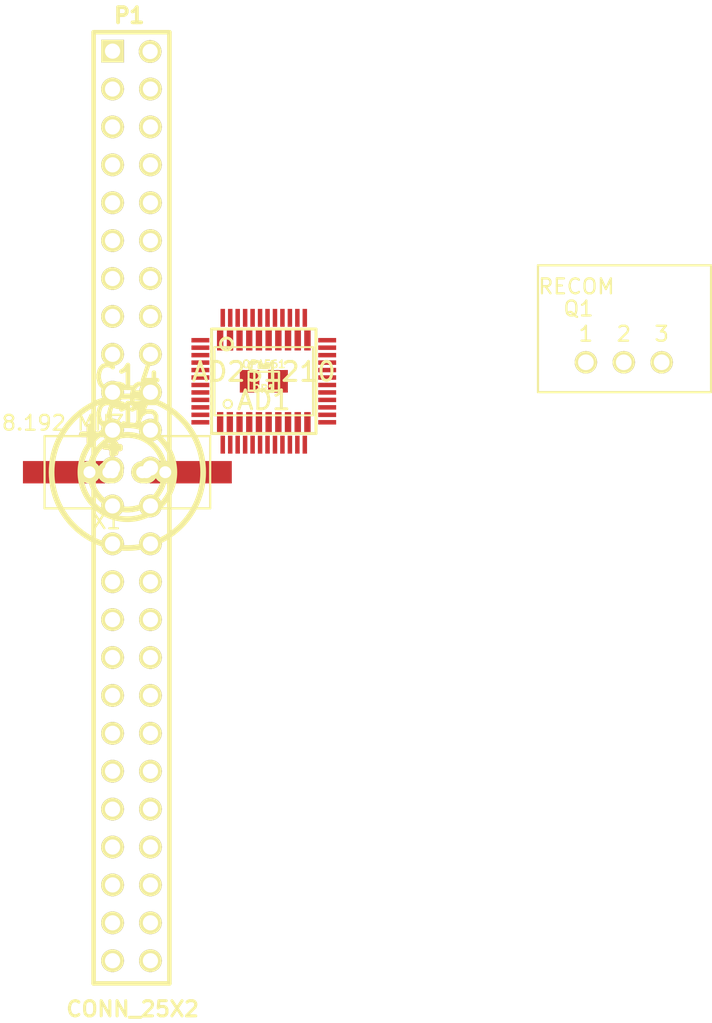
<source format=kicad_pcb>
(kicad_pcb (version 3) (host pcbnew "(2013-dec-23)-stable")

  (general
    (links 77)
    (no_connects 61)
    (area 0 0 0 0)
    (thickness 1.6)
    (drawings 0)
    (tracks 0)
    (zones 0)
    (modules 35)
    (nets 41)
  )

  (page A3)
  (layers
    (15 F.Cu signal)
    (0 B.Cu signal)
    (16 B.Adhes user)
    (17 F.Adhes user)
    (18 B.Paste user)
    (19 F.Paste user)
    (20 B.SilkS user)
    (21 F.SilkS user)
    (22 B.Mask user)
    (23 F.Mask user)
    (24 Dwgs.User user)
    (25 Cmts.User user)
    (26 Eco1.User user)
    (27 Eco2.User user)
    (28 Edge.Cuts user)
  )

  (setup
    (last_trace_width 0.254)
    (trace_clearance 0.254)
    (zone_clearance 0.508)
    (zone_45_only no)
    (trace_min 0.254)
    (segment_width 0.2)
    (edge_width 0.1)
    (via_size 0.889)
    (via_drill 0.635)
    (via_min_size 0.889)
    (via_min_drill 0.508)
    (uvia_size 0.508)
    (uvia_drill 0.127)
    (uvias_allowed no)
    (uvia_min_size 0.508)
    (uvia_min_drill 0.127)
    (pcb_text_width 0.3)
    (pcb_text_size 1.5 1.5)
    (mod_edge_width 0.15)
    (mod_text_size 1 1)
    (mod_text_width 0.15)
    (pad_size 1.5 1.5)
    (pad_drill 0.6)
    (pad_to_mask_clearance 0)
    (aux_axis_origin 0 0)
    (visible_elements FFFFFFBF)
    (pcbplotparams
      (layerselection 3178497)
      (usegerberextensions true)
      (excludeedgelayer true)
      (linewidth 0.150000)
      (plotframeref false)
      (viasonmask false)
      (mode 1)
      (useauxorigin false)
      (hpglpennumber 1)
      (hpglpenspeed 20)
      (hpglpendiameter 15)
      (hpglpenoverlay 2)
      (psnegative false)
      (psa4output false)
      (plotreference true)
      (plotvalue true)
      (plotothertext true)
      (plotinvisibletext false)
      (padsonsilk false)
      (subtractmaskfromsilk false)
      (outputformat 1)
      (mirror false)
      (drillshape 1)
      (scaleselection 1)
      (outputdirectory ""))
  )

  (net 0 "")
  (net 1 /A0)
  (net 2 /COS)
  (net 3 /COSLO)
  (net 4 /EXC)
  (net 5 /OUT_EXC)
  (net 6 /OUT_~EXC)
  (net 7 /SCLK)
  (net 8 /SDI)
  (net 9 /SDO)
  (net 10 /SIN)
  (net 11 /SINLO)
  (net 12 /V_DRIVE)
  (net 13 /~EXC)
  (net 14 /~SAMPLE)
  (net 15 /~WR)
  (net 16 GND)
  (net 17 N-000001)
  (net 18 N-00000100)
  (net 19 N-0000011)
  (net 20 N-000002)
  (net 21 N-0000045)
  (net 22 N-0000046)
  (net 23 N-0000049)
  (net 24 N-0000052)
  (net 25 N-0000053)
  (net 26 N-0000057)
  (net 27 N-000006)
  (net 28 N-0000062)
  (net 29 N-0000063)
  (net 30 N-0000064)
  (net 31 N-0000066)
  (net 32 N-000007)
  (net 33 N-0000088)
  (net 34 N-0000089)
  (net 35 N-0000091)
  (net 36 N-0000094)
  (net 37 N-0000095)
  (net 38 N-0000096)
  (net 39 N-0000097)
  (net 40 N-0000098)

  (net_class Default "This is the default net class."
    (clearance 0.254)
    (trace_width 0.254)
    (via_dia 0.889)
    (via_drill 0.635)
    (uvia_dia 0.508)
    (uvia_drill 0.127)
    (add_net "")
    (add_net /A0)
    (add_net /COS)
    (add_net /COSLO)
    (add_net /EXC)
    (add_net /OUT_EXC)
    (add_net /OUT_~EXC)
    (add_net /SCLK)
    (add_net /SDI)
    (add_net /SDO)
    (add_net /SIN)
    (add_net /SINLO)
    (add_net /V_DRIVE)
    (add_net /~EXC)
    (add_net /~SAMPLE)
    (add_net /~WR)
    (add_net GND)
    (add_net N-000001)
    (add_net N-00000100)
    (add_net N-0000011)
    (add_net N-000002)
    (add_net N-0000045)
    (add_net N-0000046)
    (add_net N-0000049)
    (add_net N-0000052)
    (add_net N-0000053)
    (add_net N-0000057)
    (add_net N-000006)
    (add_net N-0000062)
    (add_net N-0000063)
    (add_net N-0000064)
    (add_net N-0000066)
    (add_net N-000007)
    (add_net N-0000088)
    (add_net N-0000089)
    (add_net N-0000091)
    (add_net N-0000094)
    (add_net N-0000095)
    (add_net N-0000096)
    (add_net N-0000097)
    (add_net N-0000098)
  )

  (module tssop-20 (layer F.Cu) (tedit 49E9CFE4) (tstamp 53681C85)
    (at 9.144 -6.096)
    (descr TSSOP-20)
    (path /53599518)
    (fp_text reference OP2 (at 0 0.508) (layer F.SilkS)
      (effects (font (size 0.50038 0.50038) (thickness 0.09906)))
    )
    (fp_text value OPA561 (at 0 -1.143) (layer F.SilkS)
      (effects (font (size 0.50038 0.50038) (thickness 0.09906)))
    )
    (fp_line (start 3.302 -2.286) (end -3.302 -2.286) (layer F.SilkS) (width 0.127))
    (fp_line (start -3.302 -2.286) (end -3.302 2.286) (layer F.SilkS) (width 0.127))
    (fp_line (start -3.302 2.286) (end 3.302 2.286) (layer F.SilkS) (width 0.127))
    (fp_line (start 3.302 2.286) (end 3.302 -2.286) (layer F.SilkS) (width 0.127))
    (fp_circle (center -2.413 1.524) (end -2.54 1.778) (layer F.SilkS) (width 0.127))
    (pad 5 smd rect (at -0.32512 2.79908) (size 0.4191 1.47066)
      (layers F.Cu F.Paste F.Mask)
      (net 16 GND)
    )
    (pad 6 smd rect (at 0.32512 2.79908) (size 0.4191 1.47066)
      (layers F.Cu F.Paste F.Mask)
      (net 35 N-0000091)
    )
    (pad 7 smd rect (at 0.97536 2.79908) (size 0.4191 1.47066)
      (layers F.Cu F.Paste F.Mask)
      (net 5 /OUT_EXC)
    )
    (pad 8 smd rect (at 1.6256 2.79908) (size 0.4191 1.47066)
      (layers F.Cu F.Paste F.Mask)
      (net 30 N-0000064)
    )
    (pad 19 smd rect (at -2.26568 -2.794) (size 0.4191 1.47066)
      (layers F.Cu F.Paste F.Mask)
    )
    (pad 2 smd rect (at -2.27584 2.79908) (size 0.4191 1.47066)
      (layers F.Cu F.Paste F.Mask)
      (net 33 N-0000088)
    )
    (pad 3 smd rect (at -1.6256 2.79908) (size 0.4191 1.47066)
      (layers F.Cu F.Paste F.Mask)
      (net 31 N-0000066)
    )
    (pad 4 smd rect (at -0.97536 2.79908) (size 0.4191 1.47066)
      (layers F.Cu F.Paste F.Mask)
      (net 34 N-0000089)
    )
    (pad 12 smd rect (at 2.27584 -2.79908) (size 0.4191 1.47066)
      (layers F.Cu F.Paste F.Mask)
    )
    (pad 13 smd rect (at 1.6256 -2.79908) (size 0.4191 1.47066)
      (layers F.Cu F.Paste F.Mask)
    )
    (pad 14 smd rect (at 0.97536 -2.79908) (size 0.4191 1.47066)
      (layers F.Cu F.Paste F.Mask)
    )
    (pad 15 smd rect (at 0.32512 -2.79908) (size 0.4191 1.47066)
      (layers F.Cu F.Paste F.Mask)
    )
    (pad 16 smd rect (at -0.32512 -2.79908) (size 0.4191 1.47066)
      (layers F.Cu F.Paste F.Mask)
    )
    (pad 17 smd rect (at -0.97536 -2.79908) (size 0.4191 1.47066)
      (layers F.Cu F.Paste F.Mask)
    )
    (pad 9 smd rect (at 2.27584 2.79908) (size 0.4191 1.47066)
      (layers F.Cu F.Paste F.Mask)
    )
    (pad 18 smd rect (at -1.6256 -2.794) (size 0.4191 1.47066)
      (layers F.Cu F.Paste F.Mask)
    )
    (pad 1 smd rect (at -2.92608 2.79908) (size 0.4191 1.47066)
      (layers F.Cu F.Paste F.Mask)
    )
    (pad 10 smd rect (at 2.92608 2.79908) (size 0.4191 1.47066)
      (layers F.Cu F.Paste F.Mask)
    )
    (pad 11 smd rect (at 2.92608 -2.79908) (size 0.4191 1.47066)
      (layers F.Cu F.Paste F.Mask)
    )
    (pad 20 smd rect (at -2.92608 -2.79908) (size 0.4191 1.47066)
      (layers F.Cu F.Paste F.Mask)
    )
    (model smd/smd_dil/tssop-20.wrl
      (at (xyz 0 0 0))
      (scale (xyz 1 1 1))
      (rotate (xyz 0 0 0))
    )
  )

  (module tssop-20 (layer F.Cu) (tedit 49E9CFE4) (tstamp 53681CA2)
    (at 9.144 -6.096)
    (descr TSSOP-20)
    (path /5359901E)
    (fp_text reference OP1 (at 0 0.508) (layer F.SilkS)
      (effects (font (size 0.50038 0.50038) (thickness 0.09906)))
    )
    (fp_text value OPA561 (at 0 -1.143) (layer F.SilkS)
      (effects (font (size 0.50038 0.50038) (thickness 0.09906)))
    )
    (fp_line (start 3.302 -2.286) (end -3.302 -2.286) (layer F.SilkS) (width 0.127))
    (fp_line (start -3.302 -2.286) (end -3.302 2.286) (layer F.SilkS) (width 0.127))
    (fp_line (start -3.302 2.286) (end 3.302 2.286) (layer F.SilkS) (width 0.127))
    (fp_line (start 3.302 2.286) (end 3.302 -2.286) (layer F.SilkS) (width 0.127))
    (fp_circle (center -2.413 1.524) (end -2.54 1.778) (layer F.SilkS) (width 0.127))
    (pad 5 smd rect (at -0.32512 2.79908) (size 0.4191 1.47066)
      (layers F.Cu F.Paste F.Mask)
      (net 16 GND)
    )
    (pad 6 smd rect (at 0.32512 2.79908) (size 0.4191 1.47066)
      (layers F.Cu F.Paste F.Mask)
      (net 18 N-00000100)
    )
    (pad 7 smd rect (at 0.97536 2.79908) (size 0.4191 1.47066)
      (layers F.Cu F.Paste F.Mask)
      (net 6 /OUT_~EXC)
    )
    (pad 8 smd rect (at 1.6256 2.79908) (size 0.4191 1.47066)
      (layers F.Cu F.Paste F.Mask)
      (net 28 N-0000062)
    )
    (pad 19 smd rect (at -2.26568 -2.794) (size 0.4191 1.47066)
      (layers F.Cu F.Paste F.Mask)
    )
    (pad 2 smd rect (at -2.27584 2.79908) (size 0.4191 1.47066)
      (layers F.Cu F.Paste F.Mask)
      (net 39 N-0000097)
    )
    (pad 3 smd rect (at -1.6256 2.79908) (size 0.4191 1.47066)
      (layers F.Cu F.Paste F.Mask)
      (net 29 N-0000063)
    )
    (pad 4 smd rect (at -0.97536 2.79908) (size 0.4191 1.47066)
      (layers F.Cu F.Paste F.Mask)
      (net 40 N-0000098)
    )
    (pad 12 smd rect (at 2.27584 -2.79908) (size 0.4191 1.47066)
      (layers F.Cu F.Paste F.Mask)
    )
    (pad 13 smd rect (at 1.6256 -2.79908) (size 0.4191 1.47066)
      (layers F.Cu F.Paste F.Mask)
    )
    (pad 14 smd rect (at 0.97536 -2.79908) (size 0.4191 1.47066)
      (layers F.Cu F.Paste F.Mask)
    )
    (pad 15 smd rect (at 0.32512 -2.79908) (size 0.4191 1.47066)
      (layers F.Cu F.Paste F.Mask)
    )
    (pad 16 smd rect (at -0.32512 -2.79908) (size 0.4191 1.47066)
      (layers F.Cu F.Paste F.Mask)
    )
    (pad 17 smd rect (at -0.97536 -2.79908) (size 0.4191 1.47066)
      (layers F.Cu F.Paste F.Mask)
    )
    (pad 9 smd rect (at 2.27584 2.79908) (size 0.4191 1.47066)
      (layers F.Cu F.Paste F.Mask)
    )
    (pad 18 smd rect (at -1.6256 -2.794) (size 0.4191 1.47066)
      (layers F.Cu F.Paste F.Mask)
    )
    (pad 1 smd rect (at -2.92608 2.79908) (size 0.4191 1.47066)
      (layers F.Cu F.Paste F.Mask)
    )
    (pad 10 smd rect (at 2.92608 2.79908) (size 0.4191 1.47066)
      (layers F.Cu F.Paste F.Mask)
    )
    (pad 11 smd rect (at 2.92608 -2.79908) (size 0.4191 1.47066)
      (layers F.Cu F.Paste F.Mask)
    )
    (pad 20 smd rect (at -2.92608 -2.79908) (size 0.4191 1.47066)
      (layers F.Cu F.Paste F.Mask)
    )
    (model smd/smd_dil/tssop-20.wrl
      (at (xyz 0 0 0))
      (scale (xyz 1 1 1))
      (rotate (xyz 0 0 0))
    )
  )

  (module SIP-3 (layer F.Cu) (tedit 5361BC4A) (tstamp 53681CB0)
    (at 30.734 -7.366)
    (path /535B0E85)
    (fp_text reference Q1 (at -0.4953 -3.5941) (layer F.SilkS)
      (effects (font (size 1 1) (thickness 0.15)))
    )
    (fp_text value RECOM (at -0.635 -5.08) (layer F.SilkS)
      (effects (font (size 1 1) (thickness 0.15)))
    )
    (fp_text user 2 (at 2.54 -1.905) (layer F.SilkS)
      (effects (font (size 1 1) (thickness 0.15)))
    )
    (fp_text user 3 (at 5.08 -1.905) (layer F.SilkS)
      (effects (font (size 1 1) (thickness 0.15)))
    )
    (fp_text user 1 (at 0 -1.905) (layer F.SilkS)
      (effects (font (size 1 1) (thickness 0.15)))
    )
    (fp_line (start 8.39 2) (end 8.39 -6.5) (layer F.SilkS) (width 0.15))
    (fp_line (start -3.21 2) (end -3.21 -6.5) (layer F.SilkS) (width 0.15))
    (fp_line (start -3.21 -6.5) (end 8.39 -6.5) (layer F.SilkS) (width 0.15))
    (fp_line (start -3.21 2) (end 8.39 2) (layer F.SilkS) (width 0.15))
    (pad 1 thru_hole circle (at 0 0) (size 1.5 1.5) (drill 1.05)
      (layers *.Cu *.Mask F.SilkS)
      (net 26 N-0000057)
    )
    (pad 2 thru_hole circle (at 2.54 0) (size 1.5 1.5) (drill 1.05)
      (layers *.Cu *.Mask F.SilkS)
      (net 16 GND)
    )
    (pad 3 thru_hole circle (at 5.08 0) (size 1.5 1.5) (drill 1.05)
      (layers *.Cu *.Mask F.SilkS)
      (net 21 N-0000045)
    )
  )

  (module PIN_ARRAY_STM32_25X2 (layer F.Cu) (tedit 528EC72F) (tstamp 53681CEA)
    (at 0 0)
    (descr "Double rangee de contacts 2 x 12 pins")
    (tags CONN)
    (path /5359C4A2)
    (fp_text reference P1 (at 0.127 -30.607) (layer F.SilkS)
      (effects (font (size 1.016 1.016) (thickness 0.27432)))
    )
    (fp_text value CONN_25X2 (at 0.35 35.975) (layer F.SilkS)
      (effects (font (size 1.016 1.016) (thickness 0.2032)))
    )
    (fp_line (start -2.2639 34.2635) (end -2.2639 -29.4905) (layer F.SilkS) (width 0.3048))
    (fp_line (start 2.8161 34.2635) (end 2.8161 -29.4905) (layer F.SilkS) (width 0.3048))
    (fp_line (start 2.8161 34.2595) (end -2.2639 34.2595) (layer F.SilkS) (width 0.3048))
    (fp_line (start 2.8161 -29.4905) (end -2.2639 -29.4905) (layer F.SilkS) (width 0.3048))
    (pad 1 thru_hole rect (at -0.9939 -28.2205 270) (size 1.524 1.524) (drill 1.016)
      (layers *.Cu *.Mask F.SilkS)
    )
    (pad 2 thru_hole circle (at 1.524 -28.194 270) (size 1.524 1.524) (drill 1.016)
      (layers *.Cu *.Mask F.SilkS)
    )
    (pad 11 thru_hole circle (at -0.9939 -15.5205 270) (size 1.524 1.524) (drill 1.016)
      (layers *.Cu *.Mask F.SilkS)
    )
    (pad 4 thru_hole circle (at 1.5461 -25.6805 270) (size 1.524 1.524) (drill 1.016)
      (layers *.Cu *.Mask F.SilkS)
      (net 1 /A0)
    )
    (pad 13 thru_hole circle (at -0.9939 -12.9805 270) (size 1.524 1.524) (drill 1.016)
      (layers *.Cu *.Mask F.SilkS)
      (net 15 /~WR)
    )
    (pad 6 thru_hole circle (at 1.5461 -23.1405 270) (size 1.524 1.524) (drill 1.016)
      (layers *.Cu *.Mask F.SilkS)
    )
    (pad 15 thru_hole circle (at -0.9939 -10.4405 270) (size 1.524 1.524) (drill 1.016)
      (layers *.Cu *.Mask F.SilkS)
    )
    (pad 8 thru_hole circle (at 1.5461 -20.6005 270) (size 1.524 1.524) (drill 1.016)
      (layers *.Cu *.Mask F.SilkS)
    )
    (pad 17 thru_hole circle (at -0.9939 -7.9005 270) (size 1.524 1.524) (drill 1.016)
      (layers *.Cu *.Mask F.SilkS)
    )
    (pad 10 thru_hole circle (at 1.5461 -18.0605 270) (size 1.524 1.524) (drill 1.016)
      (layers *.Cu *.Mask F.SilkS)
      (net 2 /COS)
    )
    (pad 19 thru_hole circle (at -0.9939 -5.3605 270) (size 1.524 1.524) (drill 1.016)
      (layers *.Cu *.Mask F.SilkS)
    )
    (pad 12 thru_hole circle (at 1.5461 -15.5205 270) (size 1.524 1.524) (drill 1.016)
      (layers *.Cu *.Mask F.SilkS)
      (net 3 /COSLO)
    )
    (pad 21 thru_hole circle (at -0.9939 -2.8205 270) (size 1.524 1.524) (drill 1.016)
      (layers *.Cu *.Mask F.SilkS)
    )
    (pad 14 thru_hole circle (at 1.5461 -12.9805 270) (size 1.524 1.524) (drill 1.016)
      (layers *.Cu *.Mask F.SilkS)
    )
    (pad 23 thru_hole circle (at -0.9939 -0.2805 270) (size 1.524 1.524) (drill 1.016)
      (layers *.Cu *.Mask F.SilkS)
    )
    (pad 16 thru_hole circle (at 1.5461 -10.4405 270) (size 1.524 1.524) (drill 1.016)
      (layers *.Cu *.Mask F.SilkS)
      (net 11 /SINLO)
    )
    (pad 25 thru_hole circle (at -0.9939 2.2595 270) (size 1.524 1.524) (drill 1.016)
      (layers *.Cu *.Mask F.SilkS)
    )
    (pad 18 thru_hole circle (at 1.5461 -7.9005 270) (size 1.524 1.524) (drill 1.016)
      (layers *.Cu *.Mask F.SilkS)
      (net 10 /SIN)
    )
    (pad 27 thru_hole circle (at -0.9939 4.7995 270) (size 1.524 1.524) (drill 1.016)
      (layers *.Cu *.Mask F.SilkS)
    )
    (pad 20 thru_hole circle (at 1.5461 -5.3605 270) (size 1.524 1.524) (drill 1.016)
      (layers *.Cu *.Mask F.SilkS)
    )
    (pad 29 thru_hole circle (at -0.9939 7.3395 270) (size 1.524 1.524) (drill 1.016)
      (layers *.Cu *.Mask F.SilkS)
    )
    (pad 22 thru_hole circle (at 1.5461 -2.8205 270) (size 1.524 1.524) (drill 1.016)
      (layers *.Cu *.Mask F.SilkS)
      (net 6 /OUT_~EXC)
    )
    (pad 31 thru_hole circle (at -0.9939 9.8795 270) (size 1.524 1.524) (drill 1.016)
      (layers *.Cu *.Mask F.SilkS)
    )
    (pad 24 thru_hole circle (at 1.5461 -0.2805 270) (size 1.524 1.524) (drill 1.016)
      (layers *.Cu *.Mask F.SilkS)
      (net 5 /OUT_EXC)
    )
    (pad 26 thru_hole circle (at 1.5461 2.2595 270) (size 1.524 1.524) (drill 1.016)
      (layers *.Cu *.Mask F.SilkS)
    )
    (pad 33 thru_hole circle (at -0.9939 12.4195 270) (size 1.524 1.524) (drill 1.016)
      (layers *.Cu *.Mask F.SilkS)
    )
    (pad 28 thru_hole circle (at 1.5461 4.7995 270) (size 1.524 1.524) (drill 1.016)
      (layers *.Cu *.Mask F.SilkS)
    )
    (pad 32 thru_hole circle (at 1.5461 9.8795 270) (size 1.524 1.524) (drill 1.016)
      (layers *.Cu *.Mask F.SilkS)
    )
    (pad 34 thru_hole circle (at 1.5461 12.4195 270) (size 1.524 1.524) (drill 1.016)
      (layers *.Cu *.Mask F.SilkS)
    )
    (pad 36 thru_hole circle (at 1.5461 14.9595 270) (size 1.524 1.524) (drill 1.016)
      (layers *.Cu *.Mask F.SilkS)
    )
    (pad 38 thru_hole circle (at 1.5461 17.4995 270) (size 1.524 1.524) (drill 1.016)
      (layers *.Cu *.Mask F.SilkS)
      (net 7 /SCLK)
    )
    (pad 35 thru_hole circle (at -0.9939 14.9595 270) (size 1.524 1.524) (drill 1.016)
      (layers *.Cu *.Mask F.SilkS)
    )
    (pad 37 thru_hole circle (at -0.9939 17.4995 270) (size 1.524 1.524) (drill 1.016)
      (layers *.Cu *.Mask F.SilkS)
      (net 9 /SDO)
    )
    (pad 3 thru_hole circle (at -0.9939 -25.6805 270) (size 1.524 1.524) (drill 1.016)
      (layers *.Cu *.Mask F.SilkS)
      (net 12 /V_DRIVE)
    )
    (pad 5 thru_hole circle (at -0.9939 -23.1405 270) (size 1.524 1.524) (drill 1.016)
      (layers *.Cu *.Mask F.SilkS)
    )
    (pad 7 thru_hole circle (at -0.9939 -20.6005 270) (size 1.524 1.524) (drill 1.016)
      (layers *.Cu *.Mask F.SilkS)
    )
    (pad 9 thru_hole circle (at -0.9939 -18.0605 270) (size 1.524 1.524) (drill 1.016)
      (layers *.Cu *.Mask F.SilkS)
      (net 14 /~SAMPLE)
    )
    (pad 39 thru_hole circle (at -0.9939 20.0395 270) (size 1.524 1.524) (drill 1.016)
      (layers *.Cu *.Mask F.SilkS)
    )
    (pad 40 thru_hole circle (at 1.5461 20.0395 270) (size 1.524 1.524) (drill 1.016)
      (layers *.Cu *.Mask F.SilkS)
      (net 8 /SDI)
    )
    (pad 30 thru_hole circle (at 1.5461 7.3395 270) (size 1.524 1.524) (drill 1.016)
      (layers *.Cu *.Mask F.SilkS)
    )
    (pad 41 thru_hole circle (at -0.9939 22.5795 270) (size 1.524 1.524) (drill 1.016)
      (layers *.Cu *.Mask F.SilkS)
    )
    (pad 42 thru_hole circle (at 1.5461 22.5795 270) (size 1.524 1.524) (drill 1.016)
      (layers *.Cu *.Mask F.SilkS)
    )
    (pad 43 thru_hole circle (at -0.9939 25.1195 270) (size 1.524 1.524) (drill 1.016)
      (layers *.Cu *.Mask F.SilkS)
    )
    (pad 44 thru_hole circle (at 1.5461 25.1195 270) (size 1.524 1.524) (drill 1.016)
      (layers *.Cu *.Mask F.SilkS)
    )
    (pad 45 thru_hole circle (at -0.9939 27.6595 270) (size 1.524 1.524) (drill 1.016)
      (layers *.Cu *.Mask F.SilkS)
    )
    (pad 46 thru_hole circle (at 1.5461 27.6595 270) (size 1.524 1.524) (drill 1.016)
      (layers *.Cu *.Mask F.SilkS)
    )
    (pad 47 thru_hole circle (at -0.9939 30.1995 270) (size 1.524 1.524) (drill 1.016)
      (layers *.Cu *.Mask F.SilkS)
    )
    (pad 48 thru_hole circle (at 1.5461 30.1995 270) (size 1.524 1.524) (drill 1.016)
      (layers *.Cu *.Mask F.SilkS)
    )
    (pad 49 thru_hole circle (at -0.9939 32.7395 270) (size 1.524 1.524) (drill 1.016)
      (layers *.Cu *.Mask F.SilkS)
    )
    (pad 50 thru_hole circle (at 1.5461 32.7395 270) (size 1.524 1.524) (drill 1.016)
      (layers *.Cu *.Mask F.SilkS)
    )
    (model pin_array/pins_array_30x2.wrl
      (at (xyz 0 0 0))
      (scale (xyz 1 1 1))
      (rotate (xyz 0 0 0))
    )
  )

  (module LQFP48 (layer F.Cu) (tedit 5216CA5B) (tstamp 53681D27)
    (at 9.144 -6.096)
    (path /53572D06)
    (fp_text reference AD1 (at 0 1.27) (layer F.SilkS)
      (effects (font (size 1.27 1.27) (thickness 0.2)))
    )
    (fp_text value AD2S1210 (at 0 -0.635) (layer F.SilkS)
      (effects (font (size 1.27 1.27) (thickness 0.2)))
    )
    (fp_line (start -3.5 3.5) (end -3.5 3.5) (layer F.SilkS) (width 0.2))
    (fp_circle (center -2.5 -2.5) (end -2.1 -2.5) (layer F.SilkS) (width 0.2))
    (fp_line (start -3.5 3.5) (end -3.5 -3.5) (layer F.SilkS) (width 0.2))
    (fp_line (start -3.5 -3.5) (end -3.5 -3.5) (layer F.SilkS) (width 0.2))
    (fp_line (start -3.5 -3.5) (end 3.5 -3.5) (layer F.SilkS) (width 0.2))
    (fp_line (start 3.5 -3.5) (end 3.5 -3.5) (layer F.SilkS) (width 0.2))
    (fp_line (start 3.5 -3.5) (end 3.5 3.5) (layer F.SilkS) (width 0.2))
    (fp_line (start 3.5 3.5) (end 3.5 3.5) (layer F.SilkS) (width 0.2))
    (fp_line (start 3.5 3.5) (end -3.5 3.5) (layer F.SilkS) (width 0.2))
    (pad 7 smd rect (at -4.25 0.25) (size 1.2 0.3)
      (layers F.Cu F.Paste F.Mask)
      (net 25 N-0000053)
    )
    (pad 6 smd rect (at -4.25 -0.25) (size 1.2 0.3)
      (layers F.Cu F.Paste F.Mask)
      (net 17 N-000001)
    )
    (pad 8 smd rect (at -4.25 0.75) (size 1.2 0.3)
      (layers F.Cu F.Paste F.Mask)
      (net 24 N-0000052)
    )
    (pad 5 smd rect (at -4.25 -0.75) (size 1.2 0.3)
      (layers F.Cu F.Paste F.Mask)
      (net 20 N-000002)
    )
    (pad 4 smd rect (at -4.25 -1.25) (size 1.2 0.3)
      (layers F.Cu F.Paste F.Mask)
      (net 15 /~WR)
    )
    (pad 3 smd rect (at -4.25 -1.75) (size 1.2 0.3)
      (layers F.Cu F.Paste F.Mask)
      (net 12 /V_DRIVE)
    )
    (pad 2 smd rect (at -4.25 -2.25) (size 1.2 0.3)
      (layers F.Cu F.Paste F.Mask)
      (net 23 N-0000049)
    )
    (pad 1 smd rect (at -4.25 -2.75) (size 1.2 0.3)
      (layers F.Cu F.Paste F.Mask)
      (net 23 N-0000049)
    )
    (pad 9 smd rect (at -4.25 1.25) (size 1.2 0.3)
      (layers F.Cu F.Paste F.Mask)
      (net 19 N-0000011)
    )
    (pad 10 smd rect (at -4.25 1.75) (size 1.2 0.3)
      (layers F.Cu F.Paste F.Mask)
      (net 14 /~SAMPLE)
    )
    (pad 11 smd rect (at -4.25 2.25) (size 1.2 0.3)
      (layers F.Cu F.Paste F.Mask)
      (net 9 /SDO)
    )
    (pad 12 smd rect (at -4.25 2.75) (size 1.2 0.3)
      (layers F.Cu F.Paste F.Mask)
      (net 8 /SDI)
    )
    (pad 30 smd rect (at 4.25 0.25) (size 1.2 0.3)
      (layers F.Cu F.Paste F.Mask)
    )
    (pad 31 smd rect (at 4.25 -0.25) (size 1.2 0.3)
      (layers F.Cu F.Paste F.Mask)
    )
    (pad 29 smd rect (at 4.25 0.75) (size 1.2 0.3)
      (layers F.Cu F.Paste F.Mask)
    )
    (pad 28 smd rect (at 4.25 1.25) (size 1.2 0.3)
      (layers F.Cu F.Paste F.Mask)
    )
    (pad 27 smd rect (at 4.25 1.75) (size 1.2 0.3)
      (layers F.Cu F.Paste F.Mask)
    )
    (pad 26 smd rect (at 4.25 2.25) (size 1.2 0.3)
      (layers F.Cu F.Paste F.Mask)
    )
    (pad 25 smd rect (at 4.25 2.75) (size 1.2 0.3)
      (layers F.Cu F.Paste F.Mask)
    )
    (pad 32 smd rect (at 4.25 -0.75) (size 1.2 0.3)
      (layers F.Cu F.Paste F.Mask)
    )
    (pad 33 smd rect (at 4.25 -1.25) (size 1.2 0.3)
      (layers F.Cu F.Paste F.Mask)
      (net 36 N-0000094)
    )
    (pad 34 smd rect (at 4.25 -1.75) (size 1.2 0.3)
      (layers F.Cu F.Paste F.Mask)
    )
    (pad 35 smd rect (at 4.25 -2.25) (size 1.2 0.3)
      (layers F.Cu F.Paste F.Mask)
    )
    (pad 36 smd rect (at 4.25 -2.75) (size 1.2 0.3)
      (layers F.Cu F.Paste F.Mask)
      (net 1 /A0)
    )
    (pad 42 smd rect (at 0.25 -4.25 90) (size 1.2 0.3)
      (layers F.Cu F.Paste F.Mask)
      (net 11 /SINLO)
    )
    (pad 41 smd rect (at 0.75 -4.25 90) (size 1.2 0.3)
      (layers F.Cu F.Paste F.Mask)
      (net 10 /SIN)
    )
    (pad 40 smd rect (at 1.25 -4.25 90) (size 1.2 0.3)
      (layers F.Cu F.Paste F.Mask)
      (net 22 N-0000046)
    )
    (pad 39 smd rect (at 1.75 -4.25 90) (size 1.2 0.3)
      (layers F.Cu F.Paste F.Mask)
      (net 13 /~EXC)
    )
    (pad 38 smd rect (at 2.25 -4.25 90) (size 1.2 0.3)
      (layers F.Cu F.Paste F.Mask)
      (net 4 /EXC)
    )
    (pad 37 smd rect (at 2.75 -4.25 90) (size 1.2 0.3)
      (layers F.Cu F.Paste F.Mask)
      (net 1 /A0)
    )
    (pad 43 smd rect (at -0.25 -4.25 90) (size 1.2 0.3)
      (layers F.Cu F.Paste F.Mask)
      (net 37 N-0000095)
    )
    (pad 44 smd rect (at -0.75 -4.25 90) (size 1.2 0.3)
      (layers F.Cu F.Paste F.Mask)
      (net 3 /COSLO)
    )
    (pad 45 smd rect (at -1.25 -4.25 90) (size 1.2 0.3)
      (layers F.Cu F.Paste F.Mask)
      (net 2 /COS)
    )
    (pad 46 smd rect (at -1.75 -4.25 90) (size 1.2 0.3)
      (layers F.Cu F.Paste F.Mask)
      (net 38 N-0000096)
    )
    (pad 47 smd rect (at -2.25 -4.25 90) (size 1.2 0.3)
      (layers F.Cu F.Paste F.Mask)
    )
    (pad 48 smd rect (at -2.75 -4.25 90) (size 1.2 0.3)
      (layers F.Cu F.Paste F.Mask)
      (net 23 N-0000049)
    )
    (pad 19 smd rect (at 0.25 4.25 90) (size 1.2 0.3)
      (layers F.Cu F.Paste F.Mask)
      (net 16 GND)
    )
    (pad 20 smd rect (at 0.75 4.25 90) (size 1.2 0.3)
      (layers F.Cu F.Paste F.Mask)
    )
    (pad 21 smd rect (at 1.25 4.25 90) (size 1.2 0.3)
      (layers F.Cu F.Paste F.Mask)
    )
    (pad 22 smd rect (at 1.75 4.25 90) (size 1.2 0.3)
      (layers F.Cu F.Paste F.Mask)
    )
    (pad 23 smd rect (at 2.25 4.25 90) (size 1.2 0.3)
      (layers F.Cu F.Paste F.Mask)
    )
    (pad 24 smd rect (at 2.75 4.25 90) (size 1.2 0.3)
      (layers F.Cu F.Paste F.Mask)
    )
    (pad 18 smd rect (at -0.25 4.25 90) (size 1.2 0.3)
      (layers F.Cu F.Paste F.Mask)
      (net 32 N-000007)
    )
    (pad 17 smd rect (at -0.75 4.25 90) (size 1.2 0.3)
      (layers F.Cu F.Paste F.Mask)
    )
    (pad 16 smd rect (at -1.25 4.25 90) (size 1.2 0.3)
      (layers F.Cu F.Paste F.Mask)
    )
    (pad 15 smd rect (at -1.75 4.25 90) (size 1.2 0.3)
      (layers F.Cu F.Paste F.Mask)
    )
    (pad 14 smd rect (at -2.25 4.25 90) (size 1.2 0.3)
      (layers F.Cu F.Paste F.Mask)
    )
    (pad 13 smd rect (at -2.75 4.25 90) (size 1.2 0.3)
      (layers F.Cu F.Paste F.Mask)
      (net 7 /SCLK)
    )
    (model lqfp/lqfp48.wrl
      (at (xyz 0 0 0))
      (scale (xyz 1 1 1))
      (rotate (xyz 0 0 0))
    )
  )

  (module c_0805 (layer F.Cu) (tedit 49047394) (tstamp 53681D33)
    (at 9.144 -6.096)
    (descr "SMT capacitor, 0805")
    (path /53599512)
    (fp_text reference R3 (at 0 -0.9906) (layer F.SilkS)
      (effects (font (size 0.29972 0.29972) (thickness 0.06096)))
    )
    (fp_text value 15.4k (at 0 0.9906) (layer F.SilkS) hide
      (effects (font (size 0.29972 0.29972) (thickness 0.06096)))
    )
    (fp_line (start 0.635 -0.635) (end 0.635 0.635) (layer F.SilkS) (width 0.127))
    (fp_line (start -0.635 -0.635) (end -0.635 0.6096) (layer F.SilkS) (width 0.127))
    (fp_line (start -1.016 -0.635) (end 1.016 -0.635) (layer F.SilkS) (width 0.127))
    (fp_line (start 1.016 -0.635) (end 1.016 0.635) (layer F.SilkS) (width 0.127))
    (fp_line (start 1.016 0.635) (end -1.016 0.635) (layer F.SilkS) (width 0.127))
    (fp_line (start -1.016 0.635) (end -1.016 -0.635) (layer F.SilkS) (width 0.127))
    (pad 1 smd rect (at 0.9525 0) (size 1.30048 1.4986)
      (layers F.Cu F.Paste F.Mask)
      (net 5 /OUT_EXC)
    )
    (pad 2 smd rect (at -0.9525 0) (size 1.30048 1.4986)
      (layers F.Cu F.Paste F.Mask)
      (net 31 N-0000066)
    )
    (model smd/capacitors/c_0805.wrl
      (at (xyz 0 0 0))
      (scale (xyz 1 1 1))
      (rotate (xyz 0 0 0))
    )
  )

  (module c_0805 (layer F.Cu) (tedit 49047394) (tstamp 53681D3F)
    (at 9.144 -6.096)
    (descr "SMT capacitor, 0805")
    (path /53573475)
    (fp_text reference C5 (at 0 -0.9906) (layer F.SilkS)
      (effects (font (size 0.29972 0.29972) (thickness 0.06096)))
    )
    (fp_text value 10n (at 0 0.9906) (layer F.SilkS) hide
      (effects (font (size 0.29972 0.29972) (thickness 0.06096)))
    )
    (fp_line (start 0.635 -0.635) (end 0.635 0.635) (layer F.SilkS) (width 0.127))
    (fp_line (start -0.635 -0.635) (end -0.635 0.6096) (layer F.SilkS) (width 0.127))
    (fp_line (start -1.016 -0.635) (end 1.016 -0.635) (layer F.SilkS) (width 0.127))
    (fp_line (start 1.016 -0.635) (end 1.016 0.635) (layer F.SilkS) (width 0.127))
    (fp_line (start 1.016 0.635) (end -1.016 0.635) (layer F.SilkS) (width 0.127))
    (fp_line (start -1.016 0.635) (end -1.016 -0.635) (layer F.SilkS) (width 0.127))
    (pad 1 smd rect (at 0.9525 0) (size 1.30048 1.4986)
      (layers F.Cu F.Paste F.Mask)
      (net 37 N-0000095)
    )
    (pad 2 smd rect (at -0.9525 0) (size 1.30048 1.4986)
      (layers F.Cu F.Paste F.Mask)
      (net 22 N-0000046)
    )
    (model smd/capacitors/c_0805.wrl
      (at (xyz 0 0 0))
      (scale (xyz 1 1 1))
      (rotate (xyz 0 0 0))
    )
  )

  (module c_0805 (layer F.Cu) (tedit 49047394) (tstamp 53681D4B)
    (at 9.144 -6.096)
    (descr "SMT capacitor, 0805")
    (path /5359951E)
    (fp_text reference C13 (at 0 -0.9906) (layer F.SilkS)
      (effects (font (size 0.29972 0.29972) (thickness 0.06096)))
    )
    (fp_text value 120p (at 0 0.9906) (layer F.SilkS) hide
      (effects (font (size 0.29972 0.29972) (thickness 0.06096)))
    )
    (fp_line (start 0.635 -0.635) (end 0.635 0.635) (layer F.SilkS) (width 0.127))
    (fp_line (start -0.635 -0.635) (end -0.635 0.6096) (layer F.SilkS) (width 0.127))
    (fp_line (start -1.016 -0.635) (end 1.016 -0.635) (layer F.SilkS) (width 0.127))
    (fp_line (start 1.016 -0.635) (end 1.016 0.635) (layer F.SilkS) (width 0.127))
    (fp_line (start 1.016 0.635) (end -1.016 0.635) (layer F.SilkS) (width 0.127))
    (fp_line (start -1.016 0.635) (end -1.016 -0.635) (layer F.SilkS) (width 0.127))
    (pad 1 smd rect (at 0.9525 0) (size 1.30048 1.4986)
      (layers F.Cu F.Paste F.Mask)
      (net 5 /OUT_EXC)
    )
    (pad 2 smd rect (at -0.9525 0) (size 1.30048 1.4986)
      (layers F.Cu F.Paste F.Mask)
      (net 31 N-0000066)
    )
    (model smd/capacitors/c_0805.wrl
      (at (xyz 0 0 0))
      (scale (xyz 1 1 1))
      (rotate (xyz 0 0 0))
    )
  )

  (module c_0805 (layer F.Cu) (tedit 49047394) (tstamp 53681D57)
    (at 9.144 -6.096)
    (descr "SMT capacitor, 0805")
    (path /53599524)
    (fp_text reference R5 (at 0 -0.9906) (layer F.SilkS)
      (effects (font (size 0.29972 0.29972) (thickness 0.06096)))
    )
    (fp_text value 10k (at 0 0.9906) (layer F.SilkS) hide
      (effects (font (size 0.29972 0.29972) (thickness 0.06096)))
    )
    (fp_line (start 0.635 -0.635) (end 0.635 0.635) (layer F.SilkS) (width 0.127))
    (fp_line (start -0.635 -0.635) (end -0.635 0.6096) (layer F.SilkS) (width 0.127))
    (fp_line (start -1.016 -0.635) (end 1.016 -0.635) (layer F.SilkS) (width 0.127))
    (fp_line (start 1.016 -0.635) (end 1.016 0.635) (layer F.SilkS) (width 0.127))
    (fp_line (start 1.016 0.635) (end -1.016 0.635) (layer F.SilkS) (width 0.127))
    (fp_line (start -1.016 0.635) (end -1.016 -0.635) (layer F.SilkS) (width 0.127))
    (pad 1 smd rect (at 0.9525 0) (size 1.30048 1.4986)
      (layers F.Cu F.Paste F.Mask)
      (net 4 /EXC)
    )
    (pad 2 smd rect (at -0.9525 0) (size 1.30048 1.4986)
      (layers F.Cu F.Paste F.Mask)
      (net 31 N-0000066)
    )
    (model smd/capacitors/c_0805.wrl
      (at (xyz 0 0 0))
      (scale (xyz 1 1 1))
      (rotate (xyz 0 0 0))
    )
  )

  (module c_0805 (layer F.Cu) (tedit 49047394) (tstamp 53681D63)
    (at 9.144 -6.096)
    (descr "SMT capacitor, 0805")
    (path /53599530)
    (fp_text reference R7 (at 0 -0.9906) (layer F.SilkS)
      (effects (font (size 0.29972 0.29972) (thickness 0.06096)))
    )
    (fp_text value 390k (at 0 0.9906) (layer F.SilkS) hide
      (effects (font (size 0.29972 0.29972) (thickness 0.06096)))
    )
    (fp_line (start 0.635 -0.635) (end 0.635 0.635) (layer F.SilkS) (width 0.127))
    (fp_line (start -0.635 -0.635) (end -0.635 0.6096) (layer F.SilkS) (width 0.127))
    (fp_line (start -1.016 -0.635) (end 1.016 -0.635) (layer F.SilkS) (width 0.127))
    (fp_line (start 1.016 -0.635) (end 1.016 0.635) (layer F.SilkS) (width 0.127))
    (fp_line (start 1.016 0.635) (end -1.016 0.635) (layer F.SilkS) (width 0.127))
    (fp_line (start -1.016 0.635) (end -1.016 -0.635) (layer F.SilkS) (width 0.127))
    (pad 1 smd rect (at 0.9525 0) (size 1.30048 1.4986)
      (layers F.Cu F.Paste F.Mask)
      (net 35 N-0000091)
    )
    (pad 2 smd rect (at -0.9525 0) (size 1.30048 1.4986)
      (layers F.Cu F.Paste F.Mask)
      (net 30 N-0000064)
    )
    (model smd/capacitors/c_0805.wrl
      (at (xyz 0 0 0))
      (scale (xyz 1 1 1))
      (rotate (xyz 0 0 0))
    )
  )

  (module c_0805 (layer F.Cu) (tedit 49047394) (tstamp 53681D6F)
    (at 9.144 -6.096)
    (descr "SMT capacitor, 0805")
    (path /53599536)
    (fp_text reference R10 (at 0 -0.9906) (layer F.SilkS)
      (effects (font (size 0.29972 0.29972) (thickness 0.06096)))
    )
    (fp_text value 22k (at 0 0.9906) (layer F.SilkS) hide
      (effects (font (size 0.29972 0.29972) (thickness 0.06096)))
    )
    (fp_line (start 0.635 -0.635) (end 0.635 0.635) (layer F.SilkS) (width 0.127))
    (fp_line (start -0.635 -0.635) (end -0.635 0.6096) (layer F.SilkS) (width 0.127))
    (fp_line (start -1.016 -0.635) (end 1.016 -0.635) (layer F.SilkS) (width 0.127))
    (fp_line (start 1.016 -0.635) (end 1.016 0.635) (layer F.SilkS) (width 0.127))
    (fp_line (start 1.016 0.635) (end -1.016 0.635) (layer F.SilkS) (width 0.127))
    (fp_line (start -1.016 0.635) (end -1.016 -0.635) (layer F.SilkS) (width 0.127))
    (pad 1 smd rect (at 0.9525 0) (size 1.30048 1.4986)
      (layers F.Cu F.Paste F.Mask)
      (net 35 N-0000091)
    )
    (pad 2 smd rect (at -0.9525 0) (size 1.30048 1.4986)
      (layers F.Cu F.Paste F.Mask)
      (net 33 N-0000088)
    )
    (model smd/capacitors/c_0805.wrl
      (at (xyz 0 0 0))
      (scale (xyz 1 1 1))
      (rotate (xyz 0 0 0))
    )
  )

  (module c_0805 (layer F.Cu) (tedit 49047394) (tstamp 53681D7B)
    (at 9.144 -6.096)
    (descr "SMT capacitor, 0805")
    (path /5359953C)
    (fp_text reference R11 (at 0 -0.9906) (layer F.SilkS)
      (effects (font (size 0.29972 0.29972) (thickness 0.06096)))
    )
    (fp_text value 10k (at 0 0.9906) (layer F.SilkS) hide
      (effects (font (size 0.29972 0.29972) (thickness 0.06096)))
    )
    (fp_line (start 0.635 -0.635) (end 0.635 0.635) (layer F.SilkS) (width 0.127))
    (fp_line (start -0.635 -0.635) (end -0.635 0.6096) (layer F.SilkS) (width 0.127))
    (fp_line (start -1.016 -0.635) (end 1.016 -0.635) (layer F.SilkS) (width 0.127))
    (fp_line (start 1.016 -0.635) (end 1.016 0.635) (layer F.SilkS) (width 0.127))
    (fp_line (start 1.016 0.635) (end -1.016 0.635) (layer F.SilkS) (width 0.127))
    (fp_line (start -1.016 0.635) (end -1.016 -0.635) (layer F.SilkS) (width 0.127))
    (pad 1 smd rect (at 0.9525 0) (size 1.30048 1.4986)
      (layers F.Cu F.Paste F.Mask)
      (net 33 N-0000088)
    )
    (pad 2 smd rect (at -0.9525 0) (size 1.30048 1.4986)
      (layers F.Cu F.Paste F.Mask)
      (net 34 N-0000089)
    )
    (model smd/capacitors/c_0805.wrl
      (at (xyz 0 0 0))
      (scale (xyz 1 1 1))
      (rotate (xyz 0 0 0))
    )
  )

  (module c_0805 (layer F.Cu) (tedit 49047394) (tstamp 53681D87)
    (at 9.144 -6.096)
    (descr "SMT capacitor, 0805")
    (path /5359C1C0)
    (fp_text reference R1 (at 0 -0.9906) (layer F.SilkS)
      (effects (font (size 0.29972 0.29972) (thickness 0.06096)))
    )
    (fp_text value 1k (at 0 0.9906) (layer F.SilkS) hide
      (effects (font (size 0.29972 0.29972) (thickness 0.06096)))
    )
    (fp_line (start 0.635 -0.635) (end 0.635 0.635) (layer F.SilkS) (width 0.127))
    (fp_line (start -0.635 -0.635) (end -0.635 0.6096) (layer F.SilkS) (width 0.127))
    (fp_line (start -1.016 -0.635) (end 1.016 -0.635) (layer F.SilkS) (width 0.127))
    (fp_line (start 1.016 -0.635) (end 1.016 0.635) (layer F.SilkS) (width 0.127))
    (fp_line (start 1.016 0.635) (end -1.016 0.635) (layer F.SilkS) (width 0.127))
    (fp_line (start -1.016 0.635) (end -1.016 -0.635) (layer F.SilkS) (width 0.127))
    (pad 1 smd rect (at 0.9525 0) (size 1.30048 1.4986)
      (layers F.Cu F.Paste F.Mask)
      (net 1 /A0)
    )
    (pad 2 smd rect (at -0.9525 0) (size 1.30048 1.4986)
      (layers F.Cu F.Paste F.Mask)
      (net 36 N-0000094)
    )
    (model smd/capacitors/c_0805.wrl
      (at (xyz 0 0 0))
      (scale (xyz 1 1 1))
      (rotate (xyz 0 0 0))
    )
  )

  (module c_0805 (layer F.Cu) (tedit 49047394) (tstamp 53681D93)
    (at 9.144 -6.096)
    (descr "SMT capacitor, 0805")
    (path /5359C28D)
    (fp_text reference C11 (at 0 -0.9906) (layer F.SilkS)
      (effects (font (size 0.29972 0.29972) (thickness 0.06096)))
    )
    (fp_text value 2.2µ (at 0 0.9906) (layer F.SilkS) hide
      (effects (font (size 0.29972 0.29972) (thickness 0.06096)))
    )
    (fp_line (start 0.635 -0.635) (end 0.635 0.635) (layer F.SilkS) (width 0.127))
    (fp_line (start -0.635 -0.635) (end -0.635 0.6096) (layer F.SilkS) (width 0.127))
    (fp_line (start -1.016 -0.635) (end 1.016 -0.635) (layer F.SilkS) (width 0.127))
    (fp_line (start 1.016 -0.635) (end 1.016 0.635) (layer F.SilkS) (width 0.127))
    (fp_line (start 1.016 0.635) (end -1.016 0.635) (layer F.SilkS) (width 0.127))
    (fp_line (start -1.016 0.635) (end -1.016 -0.635) (layer F.SilkS) (width 0.127))
    (pad 1 smd rect (at 0.9525 0) (size 1.30048 1.4986)
      (layers F.Cu F.Paste F.Mask)
    )
    (pad 2 smd rect (at -0.9525 0) (size 1.30048 1.4986)
      (layers F.Cu F.Paste F.Mask)
      (net 36 N-0000094)
    )
    (model smd/capacitors/c_0805.wrl
      (at (xyz 0 0 0))
      (scale (xyz 1 1 1))
      (rotate (xyz 0 0 0))
    )
  )

  (module c_0805 (layer F.Cu) (tedit 49047394) (tstamp 53681D9F)
    (at 9.144 -6.096)
    (descr "SMT capacitor, 0805")
    (path /535B0E7C)
    (fp_text reference C16 (at 0 -0.9906) (layer F.SilkS)
      (effects (font (size 0.29972 0.29972) (thickness 0.06096)))
    )
    (fp_text value 100n (at 0 0.9906) (layer F.SilkS) hide
      (effects (font (size 0.29972 0.29972) (thickness 0.06096)))
    )
    (fp_line (start 0.635 -0.635) (end 0.635 0.635) (layer F.SilkS) (width 0.127))
    (fp_line (start -0.635 -0.635) (end -0.635 0.6096) (layer F.SilkS) (width 0.127))
    (fp_line (start -1.016 -0.635) (end 1.016 -0.635) (layer F.SilkS) (width 0.127))
    (fp_line (start 1.016 -0.635) (end 1.016 0.635) (layer F.SilkS) (width 0.127))
    (fp_line (start 1.016 0.635) (end -1.016 0.635) (layer F.SilkS) (width 0.127))
    (fp_line (start -1.016 0.635) (end -1.016 -0.635) (layer F.SilkS) (width 0.127))
    (pad 1 smd rect (at 0.9525 0) (size 1.30048 1.4986)
      (layers F.Cu F.Paste F.Mask)
      (net 26 N-0000057)
    )
    (pad 2 smd rect (at -0.9525 0) (size 1.30048 1.4986)
      (layers F.Cu F.Paste F.Mask)
      (net 16 GND)
    )
    (model smd/capacitors/c_0805.wrl
      (at (xyz 0 0 0))
      (scale (xyz 1 1 1))
      (rotate (xyz 0 0 0))
    )
  )

  (module c_0805 (layer F.Cu) (tedit 49047394) (tstamp 53681DAB)
    (at 9.144 -6.096)
    (descr "SMT capacitor, 0805")
    (path /535B0EB8)
    (fp_text reference C17 (at 0 -0.9906) (layer F.SilkS)
      (effects (font (size 0.29972 0.29972) (thickness 0.06096)))
    )
    (fp_text value 100n (at 0 0.9906) (layer F.SilkS) hide
      (effects (font (size 0.29972 0.29972) (thickness 0.06096)))
    )
    (fp_line (start 0.635 -0.635) (end 0.635 0.635) (layer F.SilkS) (width 0.127))
    (fp_line (start -0.635 -0.635) (end -0.635 0.6096) (layer F.SilkS) (width 0.127))
    (fp_line (start -1.016 -0.635) (end 1.016 -0.635) (layer F.SilkS) (width 0.127))
    (fp_line (start 1.016 -0.635) (end 1.016 0.635) (layer F.SilkS) (width 0.127))
    (fp_line (start 1.016 0.635) (end -1.016 0.635) (layer F.SilkS) (width 0.127))
    (fp_line (start -1.016 0.635) (end -1.016 -0.635) (layer F.SilkS) (width 0.127))
    (pad 1 smd rect (at 0.9525 0) (size 1.30048 1.4986)
      (layers F.Cu F.Paste F.Mask)
      (net 21 N-0000045)
    )
    (pad 2 smd rect (at -0.9525 0) (size 1.30048 1.4986)
      (layers F.Cu F.Paste F.Mask)
      (net 16 GND)
    )
    (model smd/capacitors/c_0805.wrl
      (at (xyz 0 0 0))
      (scale (xyz 1 1 1))
      (rotate (xyz 0 0 0))
    )
  )

  (module c_0805 (layer F.Cu) (tedit 49047394) (tstamp 53681DB7)
    (at 9.144 -6.096)
    (descr "SMT capacitor, 0805")
    (path /535B0EBE)
    (fp_text reference C18 (at 0 -0.9906) (layer F.SilkS)
      (effects (font (size 0.29972 0.29972) (thickness 0.06096)))
    )
    (fp_text value 10n (at 0 0.9906) (layer F.SilkS) hide
      (effects (font (size 0.29972 0.29972) (thickness 0.06096)))
    )
    (fp_line (start 0.635 -0.635) (end 0.635 0.635) (layer F.SilkS) (width 0.127))
    (fp_line (start -0.635 -0.635) (end -0.635 0.6096) (layer F.SilkS) (width 0.127))
    (fp_line (start -1.016 -0.635) (end 1.016 -0.635) (layer F.SilkS) (width 0.127))
    (fp_line (start 1.016 -0.635) (end 1.016 0.635) (layer F.SilkS) (width 0.127))
    (fp_line (start 1.016 0.635) (end -1.016 0.635) (layer F.SilkS) (width 0.127))
    (fp_line (start -1.016 0.635) (end -1.016 -0.635) (layer F.SilkS) (width 0.127))
    (pad 1 smd rect (at 0.9525 0) (size 1.30048 1.4986)
      (layers F.Cu F.Paste F.Mask)
      (net 21 N-0000045)
    )
    (pad 2 smd rect (at -0.9525 0) (size 1.30048 1.4986)
      (layers F.Cu F.Paste F.Mask)
      (net 16 GND)
    )
    (model smd/capacitors/c_0805.wrl
      (at (xyz 0 0 0))
      (scale (xyz 1 1 1))
      (rotate (xyz 0 0 0))
    )
  )

  (module c_0805 (layer F.Cu) (tedit 49047394) (tstamp 53681DC3)
    (at 9.144 -6.096)
    (descr "SMT capacitor, 0805")
    (path /53599204)
    (fp_text reference R8 (at 0 -0.9906) (layer F.SilkS)
      (effects (font (size 0.29972 0.29972) (thickness 0.06096)))
    )
    (fp_text value 22k (at 0 0.9906) (layer F.SilkS) hide
      (effects (font (size 0.29972 0.29972) (thickness 0.06096)))
    )
    (fp_line (start 0.635 -0.635) (end 0.635 0.635) (layer F.SilkS) (width 0.127))
    (fp_line (start -0.635 -0.635) (end -0.635 0.6096) (layer F.SilkS) (width 0.127))
    (fp_line (start -1.016 -0.635) (end 1.016 -0.635) (layer F.SilkS) (width 0.127))
    (fp_line (start 1.016 -0.635) (end 1.016 0.635) (layer F.SilkS) (width 0.127))
    (fp_line (start 1.016 0.635) (end -1.016 0.635) (layer F.SilkS) (width 0.127))
    (fp_line (start -1.016 0.635) (end -1.016 -0.635) (layer F.SilkS) (width 0.127))
    (pad 1 smd rect (at 0.9525 0) (size 1.30048 1.4986)
      (layers F.Cu F.Paste F.Mask)
      (net 18 N-00000100)
    )
    (pad 2 smd rect (at -0.9525 0) (size 1.30048 1.4986)
      (layers F.Cu F.Paste F.Mask)
      (net 39 N-0000097)
    )
    (model smd/capacitors/c_0805.wrl
      (at (xyz 0 0 0))
      (scale (xyz 1 1 1))
      (rotate (xyz 0 0 0))
    )
  )

  (module c_0805 (layer F.Cu) (tedit 49047394) (tstamp 53681DCF)
    (at 9.144 -6.096)
    (descr "SMT capacitor, 0805")
    (path /53573602)
    (fp_text reference C2 (at 0 -0.9906) (layer F.SilkS)
      (effects (font (size 0.29972 0.29972) (thickness 0.06096)))
    )
    (fp_text value 10n (at 0 0.9906) (layer F.SilkS) hide
      (effects (font (size 0.29972 0.29972) (thickness 0.06096)))
    )
    (fp_line (start 0.635 -0.635) (end 0.635 0.635) (layer F.SilkS) (width 0.127))
    (fp_line (start -0.635 -0.635) (end -0.635 0.6096) (layer F.SilkS) (width 0.127))
    (fp_line (start -1.016 -0.635) (end 1.016 -0.635) (layer F.SilkS) (width 0.127))
    (fp_line (start 1.016 -0.635) (end 1.016 0.635) (layer F.SilkS) (width 0.127))
    (fp_line (start 1.016 0.635) (end -1.016 0.635) (layer F.SilkS) (width 0.127))
    (fp_line (start -1.016 0.635) (end -1.016 -0.635) (layer F.SilkS) (width 0.127))
    (pad 1 smd rect (at 0.9525 0) (size 1.30048 1.4986)
      (layers F.Cu F.Paste F.Mask)
      (net 38 N-0000096)
    )
    (pad 2 smd rect (at -0.9525 0) (size 1.30048 1.4986)
      (layers F.Cu F.Paste F.Mask)
      (net 23 N-0000049)
    )
    (model smd/capacitors/c_0805.wrl
      (at (xyz 0 0 0))
      (scale (xyz 1 1 1))
      (rotate (xyz 0 0 0))
    )
  )

  (module c_0805 (layer F.Cu) (tedit 49047394) (tstamp 53681DDB)
    (at 9.144 -6.096)
    (descr "SMT capacitor, 0805")
    (path /53573663)
    (fp_text reference C4 (at 0 -0.9906) (layer F.SilkS)
      (effects (font (size 0.29972 0.29972) (thickness 0.06096)))
    )
    (fp_text value 20p (at 0 0.9906) (layer F.SilkS) hide
      (effects (font (size 0.29972 0.29972) (thickness 0.06096)))
    )
    (fp_line (start 0.635 -0.635) (end 0.635 0.635) (layer F.SilkS) (width 0.127))
    (fp_line (start -0.635 -0.635) (end -0.635 0.6096) (layer F.SilkS) (width 0.127))
    (fp_line (start -1.016 -0.635) (end 1.016 -0.635) (layer F.SilkS) (width 0.127))
    (fp_line (start 1.016 -0.635) (end 1.016 0.635) (layer F.SilkS) (width 0.127))
    (fp_line (start 1.016 0.635) (end -1.016 0.635) (layer F.SilkS) (width 0.127))
    (fp_line (start -1.016 0.635) (end -1.016 -0.635) (layer F.SilkS) (width 0.127))
    (pad 1 smd rect (at 0.9525 0) (size 1.30048 1.4986)
      (layers F.Cu F.Paste F.Mask)
      (net 25 N-0000053)
    )
    (pad 2 smd rect (at -0.9525 0) (size 1.30048 1.4986)
      (layers F.Cu F.Paste F.Mask)
      (net 19 N-0000011)
    )
    (model smd/capacitors/c_0805.wrl
      (at (xyz 0 0 0))
      (scale (xyz 1 1 1))
      (rotate (xyz 0 0 0))
    )
  )

  (module c_0805 (layer F.Cu) (tedit 49047394) (tstamp 53681DE7)
    (at 9.144 -6.096)
    (descr "SMT capacitor, 0805")
    (path /5357366A)
    (fp_text reference C8 (at 0 -0.9906) (layer F.SilkS)
      (effects (font (size 0.29972 0.29972) (thickness 0.06096)))
    )
    (fp_text value 20p (at 0 0.9906) (layer F.SilkS) hide
      (effects (font (size 0.29972 0.29972) (thickness 0.06096)))
    )
    (fp_line (start 0.635 -0.635) (end 0.635 0.635) (layer F.SilkS) (width 0.127))
    (fp_line (start -0.635 -0.635) (end -0.635 0.6096) (layer F.SilkS) (width 0.127))
    (fp_line (start -1.016 -0.635) (end 1.016 -0.635) (layer F.SilkS) (width 0.127))
    (fp_line (start 1.016 -0.635) (end 1.016 0.635) (layer F.SilkS) (width 0.127))
    (fp_line (start 1.016 0.635) (end -1.016 0.635) (layer F.SilkS) (width 0.127))
    (fp_line (start -1.016 0.635) (end -1.016 -0.635) (layer F.SilkS) (width 0.127))
    (pad 1 smd rect (at 0.9525 0) (size 1.30048 1.4986)
      (layers F.Cu F.Paste F.Mask)
      (net 24 N-0000052)
    )
    (pad 2 smd rect (at -0.9525 0) (size 1.30048 1.4986)
      (layers F.Cu F.Paste F.Mask)
      (net 19 N-0000011)
    )
    (model smd/capacitors/c_0805.wrl
      (at (xyz 0 0 0))
      (scale (xyz 1 1 1))
      (rotate (xyz 0 0 0))
    )
  )

  (module c_0805 (layer F.Cu) (tedit 49047394) (tstamp 53681DF3)
    (at 9.144 -6.096)
    (descr "SMT capacitor, 0805")
    (path /535736DA)
    (fp_text reference C9 (at 0 -0.9906) (layer F.SilkS)
      (effects (font (size 0.29972 0.29972) (thickness 0.06096)))
    )
    (fp_text value 10n (at 0 0.9906) (layer F.SilkS) hide
      (effects (font (size 0.29972 0.29972) (thickness 0.06096)))
    )
    (fp_line (start 0.635 -0.635) (end 0.635 0.635) (layer F.SilkS) (width 0.127))
    (fp_line (start -0.635 -0.635) (end -0.635 0.6096) (layer F.SilkS) (width 0.127))
    (fp_line (start -1.016 -0.635) (end 1.016 -0.635) (layer F.SilkS) (width 0.127))
    (fp_line (start 1.016 -0.635) (end 1.016 0.635) (layer F.SilkS) (width 0.127))
    (fp_line (start 1.016 0.635) (end -1.016 0.635) (layer F.SilkS) (width 0.127))
    (fp_line (start -1.016 0.635) (end -1.016 -0.635) (layer F.SilkS) (width 0.127))
    (pad 1 smd rect (at 0.9525 0) (size 1.30048 1.4986)
      (layers F.Cu F.Paste F.Mask)
      (net 32 N-000007)
    )
    (pad 2 smd rect (at -0.9525 0) (size 1.30048 1.4986)
      (layers F.Cu F.Paste F.Mask)
      (net 27 N-000006)
    )
    (model smd/capacitors/c_0805.wrl
      (at (xyz 0 0 0))
      (scale (xyz 1 1 1))
      (rotate (xyz 0 0 0))
    )
  )

  (module c_0805 (layer F.Cu) (tedit 49047394) (tstamp 53681DFF)
    (at 9.144 -6.096)
    (descr "SMT capacitor, 0805")
    (path /53685962)
    (fp_text reference C10 (at 0 -0.9906) (layer F.SilkS)
      (effects (font (size 0.29972 0.29972) (thickness 0.06096)))
    )
    (fp_text value 4.7µ (at 0 0.9906) (layer F.SilkS) hide
      (effects (font (size 0.29972 0.29972) (thickness 0.06096)))
    )
    (fp_line (start 0.635 -0.635) (end 0.635 0.635) (layer F.SilkS) (width 0.127))
    (fp_line (start -0.635 -0.635) (end -0.635 0.6096) (layer F.SilkS) (width 0.127))
    (fp_line (start -1.016 -0.635) (end 1.016 -0.635) (layer F.SilkS) (width 0.127))
    (fp_line (start 1.016 -0.635) (end 1.016 0.635) (layer F.SilkS) (width 0.127))
    (fp_line (start 1.016 0.635) (end -1.016 0.635) (layer F.SilkS) (width 0.127))
    (fp_line (start -1.016 0.635) (end -1.016 -0.635) (layer F.SilkS) (width 0.127))
    (pad 1 smd rect (at 0.9525 0) (size 1.30048 1.4986)
      (layers F.Cu F.Paste F.Mask)
      (net 32 N-000007)
    )
    (pad 2 smd rect (at -0.9525 0) (size 1.30048 1.4986)
      (layers F.Cu F.Paste F.Mask)
      (net 27 N-000006)
    )
    (model smd/capacitors/c_0805.wrl
      (at (xyz 0 0 0))
      (scale (xyz 1 1 1))
      (rotate (xyz 0 0 0))
    )
  )

  (module c_0805 (layer F.Cu) (tedit 49047394) (tstamp 53681E0B)
    (at 9.144 -6.096)
    (descr "SMT capacitor, 0805")
    (path /53573758)
    (fp_text reference C3 (at 0 -0.9906) (layer F.SilkS)
      (effects (font (size 0.29972 0.29972) (thickness 0.06096)))
    )
    (fp_text value 10n (at 0 0.9906) (layer F.SilkS) hide
      (effects (font (size 0.29972 0.29972) (thickness 0.06096)))
    )
    (fp_line (start 0.635 -0.635) (end 0.635 0.635) (layer F.SilkS) (width 0.127))
    (fp_line (start -0.635 -0.635) (end -0.635 0.6096) (layer F.SilkS) (width 0.127))
    (fp_line (start -1.016 -0.635) (end 1.016 -0.635) (layer F.SilkS) (width 0.127))
    (fp_line (start 1.016 -0.635) (end 1.016 0.635) (layer F.SilkS) (width 0.127))
    (fp_line (start 1.016 0.635) (end -1.016 0.635) (layer F.SilkS) (width 0.127))
    (fp_line (start -1.016 0.635) (end -1.016 -0.635) (layer F.SilkS) (width 0.127))
    (pad 1 smd rect (at 0.9525 0) (size 1.30048 1.4986)
      (layers F.Cu F.Paste F.Mask)
      (net 20 N-000002)
    )
    (pad 2 smd rect (at -0.9525 0) (size 1.30048 1.4986)
      (layers F.Cu F.Paste F.Mask)
      (net 17 N-000001)
    )
    (model smd/capacitors/c_0805.wrl
      (at (xyz 0 0 0))
      (scale (xyz 1 1 1))
      (rotate (xyz 0 0 0))
    )
  )

  (module c_0805 (layer F.Cu) (tedit 49047394) (tstamp 53681E17)
    (at 9.144 -6.096)
    (descr "SMT capacitor, 0805")
    (path /53586837)
    (fp_text reference R2 (at 0 -0.9906) (layer F.SilkS)
      (effects (font (size 0.29972 0.29972) (thickness 0.06096)))
    )
    (fp_text value 15.4k (at 0 0.9906) (layer F.SilkS) hide
      (effects (font (size 0.29972 0.29972) (thickness 0.06096)))
    )
    (fp_line (start 0.635 -0.635) (end 0.635 0.635) (layer F.SilkS) (width 0.127))
    (fp_line (start -0.635 -0.635) (end -0.635 0.6096) (layer F.SilkS) (width 0.127))
    (fp_line (start -1.016 -0.635) (end 1.016 -0.635) (layer F.SilkS) (width 0.127))
    (fp_line (start 1.016 -0.635) (end 1.016 0.635) (layer F.SilkS) (width 0.127))
    (fp_line (start 1.016 0.635) (end -1.016 0.635) (layer F.SilkS) (width 0.127))
    (fp_line (start -1.016 0.635) (end -1.016 -0.635) (layer F.SilkS) (width 0.127))
    (pad 1 smd rect (at 0.9525 0) (size 1.30048 1.4986)
      (layers F.Cu F.Paste F.Mask)
      (net 6 /OUT_~EXC)
    )
    (pad 2 smd rect (at -0.9525 0) (size 1.30048 1.4986)
      (layers F.Cu F.Paste F.Mask)
      (net 29 N-0000063)
    )
    (model smd/capacitors/c_0805.wrl
      (at (xyz 0 0 0))
      (scale (xyz 1 1 1))
      (rotate (xyz 0 0 0))
    )
  )

  (module c_0805 (layer F.Cu) (tedit 49047394) (tstamp 53681E23)
    (at 9.144 -6.096)
    (descr "SMT capacitor, 0805")
    (path /53599035)
    (fp_text reference C12 (at 0 -0.9906) (layer F.SilkS)
      (effects (font (size 0.29972 0.29972) (thickness 0.06096)))
    )
    (fp_text value 120p (at 0 0.9906) (layer F.SilkS) hide
      (effects (font (size 0.29972 0.29972) (thickness 0.06096)))
    )
    (fp_line (start 0.635 -0.635) (end 0.635 0.635) (layer F.SilkS) (width 0.127))
    (fp_line (start -0.635 -0.635) (end -0.635 0.6096) (layer F.SilkS) (width 0.127))
    (fp_line (start -1.016 -0.635) (end 1.016 -0.635) (layer F.SilkS) (width 0.127))
    (fp_line (start 1.016 -0.635) (end 1.016 0.635) (layer F.SilkS) (width 0.127))
    (fp_line (start 1.016 0.635) (end -1.016 0.635) (layer F.SilkS) (width 0.127))
    (fp_line (start -1.016 0.635) (end -1.016 -0.635) (layer F.SilkS) (width 0.127))
    (pad 1 smd rect (at 0.9525 0) (size 1.30048 1.4986)
      (layers F.Cu F.Paste F.Mask)
      (net 6 /OUT_~EXC)
    )
    (pad 2 smd rect (at -0.9525 0) (size 1.30048 1.4986)
      (layers F.Cu F.Paste F.Mask)
      (net 29 N-0000063)
    )
    (model smd/capacitors/c_0805.wrl
      (at (xyz 0 0 0))
      (scale (xyz 1 1 1))
      (rotate (xyz 0 0 0))
    )
  )

  (module c_0805 (layer F.Cu) (tedit 49047394) (tstamp 53681E2F)
    (at 9.144 -6.096)
    (descr "SMT capacitor, 0805")
    (path /5359903D)
    (fp_text reference R4 (at 0 -0.9906) (layer F.SilkS)
      (effects (font (size 0.29972 0.29972) (thickness 0.06096)))
    )
    (fp_text value 10k (at 0 0.9906) (layer F.SilkS) hide
      (effects (font (size 0.29972 0.29972) (thickness 0.06096)))
    )
    (fp_line (start 0.635 -0.635) (end 0.635 0.635) (layer F.SilkS) (width 0.127))
    (fp_line (start -0.635 -0.635) (end -0.635 0.6096) (layer F.SilkS) (width 0.127))
    (fp_line (start -1.016 -0.635) (end 1.016 -0.635) (layer F.SilkS) (width 0.127))
    (fp_line (start 1.016 -0.635) (end 1.016 0.635) (layer F.SilkS) (width 0.127))
    (fp_line (start 1.016 0.635) (end -1.016 0.635) (layer F.SilkS) (width 0.127))
    (fp_line (start -1.016 0.635) (end -1.016 -0.635) (layer F.SilkS) (width 0.127))
    (pad 1 smd rect (at 0.9525 0) (size 1.30048 1.4986)
      (layers F.Cu F.Paste F.Mask)
      (net 13 /~EXC)
    )
    (pad 2 smd rect (at -0.9525 0) (size 1.30048 1.4986)
      (layers F.Cu F.Paste F.Mask)
      (net 29 N-0000063)
    )
    (model smd/capacitors/c_0805.wrl
      (at (xyz 0 0 0))
      (scale (xyz 1 1 1))
      (rotate (xyz 0 0 0))
    )
  )

  (module c_0805 (layer F.Cu) (tedit 49047394) (tstamp 53681E3B)
    (at 9.144 -6.096)
    (descr "SMT capacitor, 0805")
    (path /535991FE)
    (fp_text reference R6 (at 0 -0.9906) (layer F.SilkS)
      (effects (font (size 0.29972 0.29972) (thickness 0.06096)))
    )
    (fp_text value 390k (at 0 0.9906) (layer F.SilkS) hide
      (effects (font (size 0.29972 0.29972) (thickness 0.06096)))
    )
    (fp_line (start 0.635 -0.635) (end 0.635 0.635) (layer F.SilkS) (width 0.127))
    (fp_line (start -0.635 -0.635) (end -0.635 0.6096) (layer F.SilkS) (width 0.127))
    (fp_line (start -1.016 -0.635) (end 1.016 -0.635) (layer F.SilkS) (width 0.127))
    (fp_line (start 1.016 -0.635) (end 1.016 0.635) (layer F.SilkS) (width 0.127))
    (fp_line (start 1.016 0.635) (end -1.016 0.635) (layer F.SilkS) (width 0.127))
    (fp_line (start -1.016 0.635) (end -1.016 -0.635) (layer F.SilkS) (width 0.127))
    (pad 1 smd rect (at 0.9525 0) (size 1.30048 1.4986)
      (layers F.Cu F.Paste F.Mask)
      (net 18 N-00000100)
    )
    (pad 2 smd rect (at -0.9525 0) (size 1.30048 1.4986)
      (layers F.Cu F.Paste F.Mask)
      (net 28 N-0000062)
    )
    (model smd/capacitors/c_0805.wrl
      (at (xyz 0 0 0))
      (scale (xyz 1 1 1))
      (rotate (xyz 0 0 0))
    )
  )

  (module c_0805 (layer F.Cu) (tedit 49047394) (tstamp 53681E47)
    (at 9.144 -6.096)
    (descr "SMT capacitor, 0805")
    (path /5359920A)
    (fp_text reference R9 (at 0 -0.9906) (layer F.SilkS)
      (effects (font (size 0.29972 0.29972) (thickness 0.06096)))
    )
    (fp_text value 10k (at 0 0.9906) (layer F.SilkS) hide
      (effects (font (size 0.29972 0.29972) (thickness 0.06096)))
    )
    (fp_line (start 0.635 -0.635) (end 0.635 0.635) (layer F.SilkS) (width 0.127))
    (fp_line (start -0.635 -0.635) (end -0.635 0.6096) (layer F.SilkS) (width 0.127))
    (fp_line (start -1.016 -0.635) (end 1.016 -0.635) (layer F.SilkS) (width 0.127))
    (fp_line (start 1.016 -0.635) (end 1.016 0.635) (layer F.SilkS) (width 0.127))
    (fp_line (start 1.016 0.635) (end -1.016 0.635) (layer F.SilkS) (width 0.127))
    (fp_line (start -1.016 0.635) (end -1.016 -0.635) (layer F.SilkS) (width 0.127))
    (pad 1 smd rect (at 0.9525 0) (size 1.30048 1.4986)
      (layers F.Cu F.Paste F.Mask)
      (net 39 N-0000097)
    )
    (pad 2 smd rect (at -0.9525 0) (size 1.30048 1.4986)
      (layers F.Cu F.Paste F.Mask)
      (net 40 N-0000098)
    )
    (model smd/capacitors/c_0805.wrl
      (at (xyz 0 0 0))
      (scale (xyz 1 1 1))
      (rotate (xyz 0 0 0))
    )
  )

  (module Elko_vert_DM6-3_RM2-5 (layer F.Cu) (tedit 4F04DF4F) (tstamp 536862F2)
    (at 0 0)
    (descr "Electrolytic Capacitor, vertical, diameter 6,3mm, RM 2,5mm, radial,")
    (tags "Electrolytic Capacitor, vertical, diameter 6,3mm, RM 2,5mm, Elko, Electrolytkondensator, Kondensator gepolt, Durchmesser 6,3mm, radial,")
    (path /53573611)
    (fp_text reference C6 (at 0 -5.08) (layer F.SilkS)
      (effects (font (size 1.524 1.524) (thickness 0.3048)))
    )
    (fp_text value 22µ (at 0 5.08) (layer F.SilkS) hide
      (effects (font (size 1.524 1.524) (thickness 0.3048)))
    )
    (fp_line (start -1.00076 -2.19964) (end -1.00076 -1.19888) (layer F.SilkS) (width 0.381))
    (fp_line (start -1.50114 -1.69926) (end -0.50038 -1.69926) (layer F.SilkS) (width 0.381))
    (fp_line (start -1.00076 -1.69926) (end -0.50038 -1.69926) (layer F.Cu) (width 0.381))
    (fp_line (start -1.00076 -1.69926) (end -1.00076 -2.19964) (layer F.Cu) (width 0.381))
    (fp_line (start -1.50114 -1.69926) (end -1.00076 -1.69926) (layer F.Cu) (width 0.381))
    (fp_line (start -1.00076 -1.69926) (end -1.00076 -1.30048) (layer F.Cu) (width 0.381))
    (fp_line (start -1.00076 -1.30048) (end -1.00076 -1.19888) (layer F.Cu) (width 0.381))
    (fp_circle (center 0 0) (end 3.1496 0) (layer F.SilkS) (width 0.381))
    (pad 2 thru_hole circle (at 1.27 0) (size 1.50114 1.50114) (drill 0.8001)
      (layers *.Cu *.Mask F.SilkS)
      (net 23 N-0000049)
    )
    (pad 1 thru_hole circle (at -1.27 0) (size 1.50114 1.50114) (drill 0.8001)
      (layers *.Cu *.Mask F.SilkS)
      (net 38 N-0000096)
    )
  )

  (module Elko_vert_DM5_RM2 (layer F.Cu) (tedit 4F04E0CB) (tstamp 536862FF)
    (at 0 0)
    (descr "Electrolytic Capacitor, vertical, diameter 5mm, RM 2mm, radial,")
    (tags "Electrolytic Capacitor, vertical, diameter 5mm,  radial, RM 2mm, Elko, Electrolytkondensator, Kondensator gepolt, Durchmesser 5mm")
    (path /5357377C)
    (fp_text reference C7 (at 0 -3.81) (layer F.SilkS)
      (effects (font (size 1.524 1.524) (thickness 0.3048)))
    )
    (fp_text value 4.7µ (at 0 3.81) (layer F.SilkS) hide
      (effects (font (size 1.524 1.524) (thickness 0.3048)))
    )
    (fp_line (start -0.8001 -1.89992) (end -0.8001 -1.30048) (layer F.SilkS) (width 0.381))
    (fp_line (start -1.09982 -1.6002) (end -0.50038 -1.6002) (layer F.SilkS) (width 0.381))
    (fp_line (start -0.8001 -1.6002) (end -0.8001 -1.30048) (layer F.Cu) (width 0.381))
    (fp_line (start -0.8001 -1.6002) (end -0.50038 -1.6002) (layer F.Cu) (width 0.381))
    (fp_line (start -1.09982 -1.6002) (end -0.8001 -1.6002) (layer F.Cu) (width 0.381))
    (fp_line (start -0.8001 -1.6002) (end -0.8001 -1.89992) (layer F.Cu) (width 0.381))
    (fp_circle (center 0 0) (end 2.49936 0) (layer F.SilkS) (width 0.381))
    (pad 1 thru_hole circle (at -1.00076 0) (size 1.48082 1.48082) (drill 0.8001)
      (layers *.Cu *.Mask F.SilkS)
      (net 20 N-000002)
    )
    (pad 2 thru_hole circle (at 1.00076 0) (size 1.48082 1.48082) (drill 0.8001)
      (layers *.Cu *.Mask F.SilkS)
      (net 17 N-000001)
    )
  )

  (module Elko_vert_DM5_RM2 (layer F.Cu) (tedit 4F04E0CB) (tstamp 5368630C)
    (at 0 0)
    (descr "Electrolytic Capacitor, vertical, diameter 5mm, RM 2mm, radial,")
    (tags "Electrolytic Capacitor, vertical, diameter 5mm,  radial, RM 2mm, Elko, Electrolytkondensator, Kondensator gepolt, Durchmesser 5mm")
    (path /535B0E70)
    (fp_text reference C15 (at 0 -3.81) (layer F.SilkS)
      (effects (font (size 1.524 1.524) (thickness 0.3048)))
    )
    (fp_text value 10µ (at 0 3.81) (layer F.SilkS) hide
      (effects (font (size 1.524 1.524) (thickness 0.3048)))
    )
    (fp_line (start -0.8001 -1.89992) (end -0.8001 -1.30048) (layer F.SilkS) (width 0.381))
    (fp_line (start -1.09982 -1.6002) (end -0.50038 -1.6002) (layer F.SilkS) (width 0.381))
    (fp_line (start -0.8001 -1.6002) (end -0.8001 -1.30048) (layer F.Cu) (width 0.381))
    (fp_line (start -0.8001 -1.6002) (end -0.50038 -1.6002) (layer F.Cu) (width 0.381))
    (fp_line (start -1.09982 -1.6002) (end -0.8001 -1.6002) (layer F.Cu) (width 0.381))
    (fp_line (start -0.8001 -1.6002) (end -0.8001 -1.89992) (layer F.Cu) (width 0.381))
    (fp_circle (center 0 0) (end 2.49936 0) (layer F.SilkS) (width 0.381))
    (pad 1 thru_hole circle (at -1.00076 0) (size 1.48082 1.48082) (drill 0.8001)
      (layers *.Cu *.Mask F.SilkS)
      (net 26 N-0000057)
    )
    (pad 2 thru_hole circle (at 1.00076 0) (size 1.48082 1.48082) (drill 0.8001)
      (layers *.Cu *.Mask F.SilkS)
      (net 16 GND)
    )
  )

  (module Elko_vert_DM5_RM2 (layer F.Cu) (tedit 4F04E0CB) (tstamp 53686319)
    (at 0 0)
    (descr "Electrolytic Capacitor, vertical, diameter 5mm, RM 2mm, radial,")
    (tags "Electrolytic Capacitor, vertical, diameter 5mm,  radial, RM 2mm, Elko, Electrolytkondensator, Kondensator gepolt, Durchmesser 5mm")
    (path /53685934)
    (fp_text reference C1 (at 0 -3.81) (layer F.SilkS)
      (effects (font (size 1.524 1.524) (thickness 0.3048)))
    )
    (fp_text value 4.7µ (at 0 3.81) (layer F.SilkS) hide
      (effects (font (size 1.524 1.524) (thickness 0.3048)))
    )
    (fp_line (start -0.8001 -1.89992) (end -0.8001 -1.30048) (layer F.SilkS) (width 0.381))
    (fp_line (start -1.09982 -1.6002) (end -0.50038 -1.6002) (layer F.SilkS) (width 0.381))
    (fp_line (start -0.8001 -1.6002) (end -0.8001 -1.30048) (layer F.Cu) (width 0.381))
    (fp_line (start -0.8001 -1.6002) (end -0.50038 -1.6002) (layer F.Cu) (width 0.381))
    (fp_line (start -1.09982 -1.6002) (end -0.8001 -1.6002) (layer F.Cu) (width 0.381))
    (fp_line (start -0.8001 -1.6002) (end -0.8001 -1.89992) (layer F.Cu) (width 0.381))
    (fp_circle (center 0 0) (end 2.49936 0) (layer F.SilkS) (width 0.381))
    (pad 1 thru_hole circle (at -1.00076 0) (size 1.48082 1.48082) (drill 0.8001)
      (layers *.Cu *.Mask F.SilkS)
      (net 37 N-0000095)
    )
    (pad 2 thru_hole circle (at 1.00076 0) (size 1.48082 1.48082) (drill 0.8001)
      (layers *.Cu *.Mask F.SilkS)
      (net 22 N-0000046)
    )
  )

  (module Elko_vert_DM10_RM5 (layer F.Cu) (tedit 4BBB3976) (tstamp 53686324)
    (at 0 0)
    (descr "Electrolytic Capacitor, vertical, diameter 10mm, RM 5mm")
    (tags "Electrolytic Capacitor, vertical, diameter 10mm, RM 5mm, Elko, Electrolytkondensator, Kondensator gepolt, Durchmesser 10mm")
    (path /535B0E76)
    (fp_text reference C14 (at 0 -6.35) (layer F.SilkS)
      (effects (font (size 1.524 1.524) (thickness 0.3048)))
    )
    (fp_text value 220µ (at 0 6.35) (layer F.SilkS) hide
      (effects (font (size 1.524 1.524) (thickness 0.3048)))
    )
    (fp_line (start -2.54 -3.048) (end -2.54 -2.032) (layer F.SilkS) (width 0.381))
    (fp_line (start -3.048 -2.54) (end -2.032 -2.54) (layer F.SilkS) (width 0.381))
    (fp_line (start -3.048 -2.54) (end -2.032 -2.54) (layer F.Cu) (width 0.381))
    (fp_line (start -2.54 -3.048) (end -2.54 -2.032) (layer F.Cu) (width 0.381))
    (fp_circle (center 0 0) (end 5.08 0) (layer F.SilkS) (width 0.381))
    (pad 2 thru_hole circle (at 2.54 0) (size 1.50114 1.50114) (drill 0.8001)
      (layers *.Cu *.Mask F.SilkS)
      (net 16 GND)
    )
    (pad 1 thru_hole circle (at -2.54 0) (size 1.50114 1.50114) (drill 0.8001)
      (layers *.Cu *.Mask F.SilkS)
      (net 26 N-0000057)
    )
  )

  (module crystal_ATS (layer F.Cu) (tedit 53684B0B) (tstamp 5368632E)
    (at 0 0)
    (path /536060B9)
    (fp_text reference X1 (at -1.397 3.302) (layer F.SilkS)
      (effects (font (size 1 1) (thickness 0.15)))
    )
    (fp_text value "8.192 MHZ" (at -4.318 -3.302) (layer F.SilkS)
      (effects (font (size 1 1) (thickness 0.15)))
    )
    (fp_line (start -5.55 -2.42) (end -5.55 2.42) (layer F.SilkS) (width 0.15))
    (fp_line (start -5.55 2.42) (end 5.55 2.42) (layer F.SilkS) (width 0.15))
    (fp_line (start 5.55 2.42) (end 5.55 -2.42) (layer F.SilkS) (width 0.15))
    (fp_line (start -5.55 -2.42) (end 5.55 -2.42) (layer F.SilkS) (width 0.15))
    (pad 1 smd rect (at -4.25 0) (size 5.5 1.5)
      (layers F.Cu F.Paste F.Mask)
      (net 25 N-0000053)
    )
    (pad 2 smd rect (at 4.25 0) (size 5.5 1.5)
      (layers F.Cu F.Paste F.Mask)
      (net 24 N-0000052)
    )
  )

)

</source>
